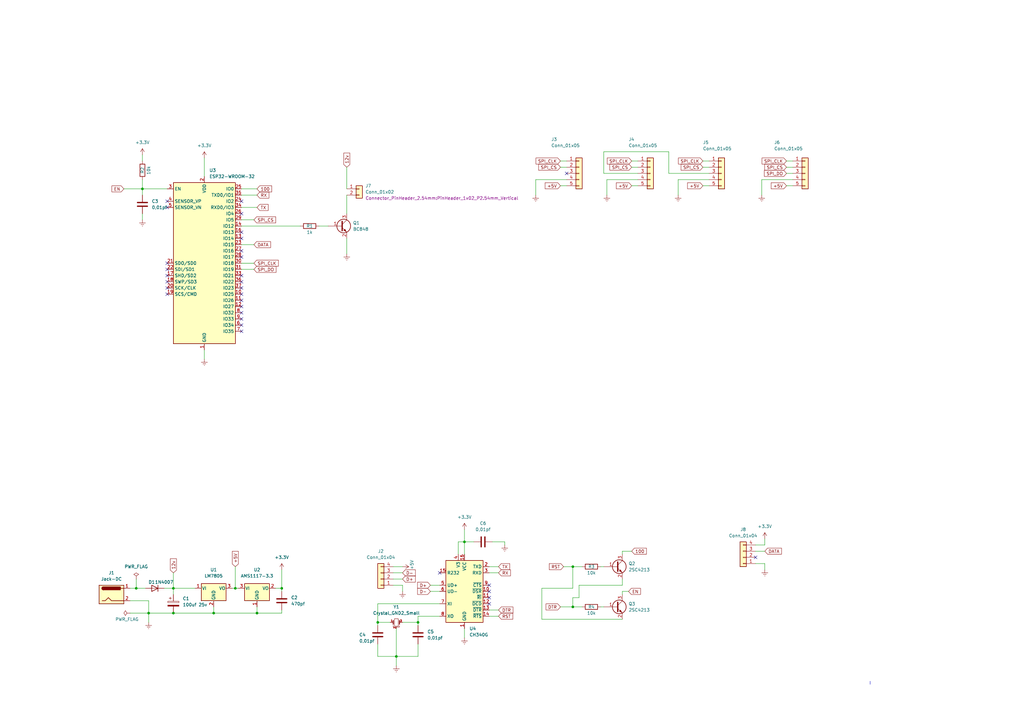
<source format=kicad_sch>
(kicad_sch (version 20211123) (generator eeschema)
  (paper "A3")
  (title_block (title "Display_LED") (date "2022-08-20") (rev "0.1") (company "Mixtronica"))
  (lib_symbols
    (symbol "Connector:Jack-DC" (pin_names (offset 1.016))
      (property "Reference" "J1" (at 0 8.89 0))
      (property "Value" "Jack-DC" (at 0 6.35 0))
      (symbol "Jack-DC_0_1"
        (rectangle (start -5.08 3.81) (end 5.08 -3.81) (stroke (width 0.254)) (fill (type background)))
        (arc (start -3.302 3.175) (mid -3.937 2.54) (end -3.302 1.905) (stroke (width 0.254)))
        (arc (start -3.302 3.175) (mid -3.937 2.54) (end -3.302 1.905) (stroke (width 0.254)) (fill (type outline)))
        (polyline (pts (xy 5.08 2.54) (xy 3.81 2.54)) (stroke (width 0.254)))
        (polyline (pts (xy -3.81 -2.54) (xy -2.54 -2.54) (xy -1.27 -1.27) (xy 0 -2.54) (xy 2.54 -2.54) (xy 5.08 -2.54)) (stroke (width 0.254)))
        (rectangle (start 3.683 3.175) (end -3.302 1.905) (stroke (width 0.254)) (fill (type outline)))
      )
      (symbol "Jack-DC_1_1"
        (pin passive line (at 7.62 2.54 180) (length 2.54) (name "~") (number "1"))
        (pin passive line (at 7.62 -2.54 180) (length 2.54) (name "~") (number "2"))
      )
    )
    (symbol "Connector_Generic:Conn_01x02" (pin_names (offset 1.016) hide)
      (property "Reference" "J" (at 0 2.54 0))
      (property "Value" "Conn_01x02" (at 0 -5.08 0))
      (symbol "Conn_01x02_1_1"
        (rectangle (start -1.27 -2.413) (end 0 -2.667) (stroke (width 0.1524)))
        (rectangle (start -1.27 0.127) (end 0 -0.127) (stroke (width 0.1524)))
        (rectangle (start -1.27 1.27) (end 1.27 -3.81) (stroke (width 0.254)) (fill (type background)))
        (pin passive line (at -5.08 0 0) (length 3.81) (name "Pin_1") (number "1"))
        (pin passive line (at -5.08 -2.54 0) (length 3.81) (name "Pin_2") (number "2"))
      )
    )
    (symbol "Connector_Generic:Conn_01x04" (pin_names (offset 1.016) hide)
      (property "Reference" "J" (at 0 5.08 0))
      (property "Value" "Conn_01x04" (at 0 -7.62 0))
      (symbol "Conn_01x04_1_1"
        (rectangle (start -1.27 -4.953) (end 0 -5.207) (stroke (width 0.1524)))
        (rectangle (start -1.27 -2.413) (end 0 -2.667) (stroke (width 0.1524)))
        (rectangle (start -1.27 0.127) (end 0 -0.127) (stroke (width 0.1524)))
        (rectangle (start -1.27 2.667) (end 0 2.413) (stroke (width 0.1524)))
        (rectangle (start -1.27 3.81) (end 1.27 -6.35) (stroke (width 0.254)) (fill (type background)))
        (pin passive line (at -5.08 2.54 0) (length 3.81) (name "Pin_1") (number "1"))
        (pin passive line (at -5.08 0 0) (length 3.81) (name "Pin_2") (number "2"))
        (pin passive line (at -5.08 -2.54 0) (length 3.81) (name "Pin_3") (number "3"))
        (pin passive line (at -5.08 -5.08 0) (length 3.81) (name "Pin_4") (number "4"))
      )
    )
    (symbol "Connector_Generic:Conn_01x05" (pin_names (offset 1.016) hide)
      (property "Reference" "J" (at 0 7.62 0))
      (property "Value" "Conn_01x05" (at 0 -7.62 0))
      (symbol "Conn_01x05_1_1"
        (rectangle (start -1.27 -4.953) (end 0 -5.207) (stroke (width 0.1524)))
        (rectangle (start -1.27 -2.413) (end 0 -2.667) (stroke (width 0.1524)))
        (rectangle (start -1.27 0.127) (end 0 -0.127) (stroke (width 0.1524)))
        (rectangle (start -1.27 2.667) (end 0 2.413) (stroke (width 0.1524)))
        (rectangle (start -1.27 5.207) (end 0 4.953) (stroke (width 0.1524)))
        (rectangle (start -1.27 6.35) (end 1.27 -6.35) (stroke (width 0.254)) (fill (type background)))
        (pin passive line (at -5.08 5.08 0) (length 3.81) (name "Pin_1") (number "1"))
        (pin passive line (at -5.08 2.54 0) (length 3.81) (name "Pin_2") (number "2"))
        (pin passive line (at -5.08 0 0) (length 3.81) (name "Pin_3") (number "3"))
        (pin passive line (at -5.08 -2.54 0) (length 3.81) (name "Pin_4") (number "4"))
        (pin passive line (at -5.08 -5.08 0) (length 3.81) (name "Pin_5") (number "5"))
      )
    )
    (symbol "Device:C" (pin_numbers hide) (pin_names (offset 0.254))
      (property "Reference" "C" (at 0.635 2.54 0))
      (property "Value" "C" (at 0.635 -2.54 0))
      (symbol "C_0_1"
        (polyline (pts (xy -2.032 -0.762) (xy 2.032 -0.762)) (stroke (width 0.508)))
        (polyline (pts (xy -2.032 0.762) (xy 2.032 0.762)) (stroke (width 0.508)))
      )
      (symbol "C_1_1"
        (pin passive line (at 0 3.81 270) (length 2.794) (name "~") (number "1"))
        (pin passive line (at 0 -3.81 90) (length 2.794) (name "~") (number "2"))
      )
    )
    (symbol "Device:C_Polarized" (pin_numbers hide) (pin_names (offset 0.254))
      (property "Reference" "C" (at 0.635 2.54 0))
      (property "Value" "C_Polarized" (at 0.635 -2.54 0))
      (symbol "C_Polarized_0_1"
        (rectangle (start -2.286 0.508) (end 2.286 1.016))
        (polyline (pts (xy -1.778 2.286) (xy -0.762 2.286)))
        (polyline (pts (xy -1.27 2.794) (xy -1.27 1.778)))
        (rectangle (start 2.286 -0.508) (end -2.286 -1.016) (fill (type outline)))
      )
      (symbol "C_Polarized_1_1"
        (pin passive line (at 0 3.81 270) (length 2.794) (name "~") (number "1"))
        (pin passive line (at 0 -3.81 90) (length 2.794) (name "~") (number "2"))
      )
    )
    (symbol "Device:Crystal_GND2_Small" (pin_names (offset 1.016) hide)
      (property "Reference" "Y" (at 0 5.08 0))
      (property "Value" "Crystal_GND2_Small" (at 0 3.175 0))
      (symbol "Crystal_GND2_Small_0_1"
        (rectangle (start -0.762 -1.524) (end 0.762 1.524))
        (polyline (pts (xy -1.27 -0.762) (xy -1.27 0.762)) (stroke (width 0.381)))
        (polyline (pts (xy 1.27 -0.762) (xy 1.27 0.762)) (stroke (width 0.381)))
        (polyline (pts (xy -1.27 -1.27) (xy -1.27 -1.905) (xy 1.27 -1.905) (xy 1.27 -1.27)))
      )
      (symbol "Crystal_GND2_Small_1_1"
        (pin passive line (at -2.54 0 0) (length 1.27) (name "1") (number "1"))
        (pin passive line (at 0 -2.54 90) (length 0.635) (name "2") (number "2"))
        (pin passive line (at 2.54 0 180) (length 1.27) (name "3") (number "3"))
      )
    )
    (symbol "Device:R" (pin_numbers hide) (pin_names (offset 0))
      (property "Reference" "R" (at 2.032 0 90))
      (property "Value" "R" (at 0 0 90))
      (symbol "R_0_1"
        (rectangle (start -1.016 -2.54) (end 1.016 2.54) (stroke (width 0.254)))
      )
      (symbol "R_1_1"
        (pin passive line (at 0 3.81 270) (length 1.27) (name "~") (number "1"))
        (pin passive line (at 0 -3.81 90) (length 1.27) (name "~") (number "2"))
      )
    )
    (symbol "Diode:1N4007" (pin_numbers hide) (pin_names (offset 1.016) hide)
      (property "Reference" "D" (at 0 2.54 0))
      (property "Value" "1N4007" (at 0 -2.54 0))
      (symbol "1N4007_0_1"
        (polyline (pts (xy -1.27 1.27) (xy -1.27 -1.27)) (stroke (width 0.254)))
        (polyline (pts (xy 1.27 0) (xy -1.27 0)))
        (polyline (pts (xy 1.27 1.27) (xy 1.27 -1.27) (xy -1.27 0) (xy 1.27 1.27)) (stroke (width 0.254)))
      )
      (symbol "1N4007_1_1"
        (pin passive line (at -3.81 0 0) (length 2.54) (name "K") (number "1"))
        (pin passive line (at 3.81 0 180) (length 2.54) (name "A") (number "2"))
      )
    )
    (symbol "Interface_USB:CH340G"
      (property "Reference" "U" (at -5.08 13.97 0))
      (property "Value" "CH340G" (at 1.27 13.97 0))
      (symbol "CH340G_0_1"
        (rectangle (start -7.62 12.7) (end 7.62 -12.7) (stroke (width 0.254)) (fill (type background)))
      )
      (symbol "CH340G_1_1"
        (pin power_in line (at 0 -15.24 90) (length 2.54) (name "GND") (number "1"))
        (pin input line (at 10.16 0 180) (length 2.54) (name "~{DSR}") (number "10"))
        (pin input line (at 10.16 -2.54 180) (length 2.54) (name "~{RI}") (number "11"))
        (pin input line (at 10.16 -5.08 180) (length 2.54) (name "~{DCD}") (number "12"))
        (pin output line (at 10.16 -7.62 180) (length 2.54) (name "~{DTR}") (number "13"))
        (pin output line (at 10.16 -10.16 180) (length 2.54) (name "~{RTS}") (number "14"))
        (pin input line (at -10.16 7.62 0) (length 2.54) (name "R232") (number "15"))
        (pin power_in line (at 0 15.24 270) (length 2.54) (name "VCC") (number "16"))
        (pin output line (at 10.16 10.16 180) (length 2.54) (name "TXD") (number "2"))
        (pin input line (at 10.16 7.62 180) (length 2.54) (name "RXD") (number "3"))
        (pin passive line (at -2.54 15.24 270) (length 2.54) (name "V3") (number "4"))
        (pin bidirectional line (at -10.16 2.54 0) (length 2.54) (name "UD+") (number "5"))
        (pin bidirectional line (at -10.16 0 0) (length 2.54) (name "UD-") (number "6"))
        (pin input line (at -10.16 -5.08 0) (length 2.54) (name "XI") (number "7"))
        (pin output line (at -10.16 -10.16 0) (length 2.54) (name "XO") (number "8"))
        (pin input line (at 10.16 2.54 180) (length 2.54) (name "~{CTS}") (number "9"))
      )
    )
    (symbol "RF_Module:ESP32-WROOM-32"
      (property "Reference" "U" (at -12.7 34.29 0))
      (property "Value" "ESP32-WROOM-32" (at 1.27 34.29 0))
      (symbol "ESP32-WROOM-32_0_1"
        (rectangle (start -12.7 33.02) (end 12.7 -33.02) (stroke (width 0.254)) (fill (type background)))
      )
      (symbol "ESP32-WROOM-32_1_1"
        (pin power_in line (at 0 -35.56 90) (length 2.54) (name "GND") (number "1"))
        (pin bidirectional line (at 15.24 -12.7 180) (length 2.54) (name "IO25") (number "10"))
        (pin bidirectional line (at 15.24 -15.24 180) (length 2.54) (name "IO26") (number "11"))
        (pin bidirectional line (at 15.24 -17.78 180) (length 2.54) (name "IO27") (number "12"))
        (pin bidirectional line (at 15.24 10.16 180) (length 2.54) (name "IO14") (number "13"))
        (pin bidirectional line (at 15.24 15.24 180) (length 2.54) (name "IO12") (number "14"))
        (pin passive line (at 0 -35.56 90) (length 2.54) hide (name "GND") (number "15"))
        (pin bidirectional line (at 15.24 12.7 180) (length 2.54) (name "IO13") (number "16"))
        (pin bidirectional line (at -15.24 -5.08 0) (length 2.54) (name "SHD/SD2") (number "17"))
        (pin bidirectional line (at -15.24 -7.62 0) (length 2.54) (name "SWP/SD3") (number "18"))
        (pin bidirectional line (at -15.24 -12.7 0) (length 2.54) (name "SCS/CMD") (number "19"))
        (pin power_in line (at 0 35.56 270) (length 2.54) (name "VDD") (number "2"))
        (pin bidirectional line (at -15.24 -10.16 0) (length 2.54) (name "SCK/CLK") (number "20"))
        (pin bidirectional line (at -15.24 0 0) (length 2.54) (name "SDO/SD0") (number "21"))
        (pin bidirectional line (at -15.24 -2.54 0) (length 2.54) (name "SDI/SD1") (number "22"))
        (pin bidirectional line (at 15.24 7.62 180) (length 2.54) (name "IO15") (number "23"))
        (pin bidirectional line (at 15.24 25.4 180) (length 2.54) (name "IO2") (number "24"))
        (pin bidirectional line (at 15.24 30.48 180) (length 2.54) (name "IO0") (number "25"))
        (pin bidirectional line (at 15.24 20.32 180) (length 2.54) (name "IO4") (number "26"))
        (pin bidirectional line (at 15.24 5.08 180) (length 2.54) (name "IO16") (number "27"))
        (pin bidirectional line (at 15.24 2.54 180) (length 2.54) (name "IO17") (number "28"))
        (pin bidirectional line (at 15.24 17.78 180) (length 2.54) (name "IO5") (number "29"))
        (pin input line (at -15.24 30.48 0) (length 2.54) (name "EN") (number "3"))
        (pin bidirectional line (at 15.24 0 180) (length 2.54) (name "IO18") (number "30"))
        (pin bidirectional line (at 15.24 -2.54 180) (length 2.54) (name "IO19") (number "31"))
        (pin no_connect line (at -12.7 -27.94 0) (length 2.54) hide (name "NC") (number "32"))
        (pin bidirectional line (at 15.24 -5.08 180) (length 2.54) (name "IO21") (number "33"))
        (pin bidirectional line (at 15.24 22.86 180) (length 2.54) (name "RXD0/IO3") (number "34"))
        (pin bidirectional line (at 15.24 27.94 180) (length 2.54) (name "TXD0/IO1") (number "35"))
        (pin bidirectional line (at 15.24 -7.62 180) (length 2.54) (name "IO22") (number "36"))
        (pin bidirectional line (at 15.24 -10.16 180) (length 2.54) (name "IO23") (number "37"))
        (pin passive line (at 0 -35.56 90) (length 2.54) hide (name "GND") (number "38"))
        (pin passive line (at 0 -35.56 90) (length 2.54) hide (name "GND") (number "39"))
        (pin input line (at -15.24 25.4 0) (length 2.54) (name "SENSOR_VP") (number "4"))
        (pin input line (at -15.24 22.86 0) (length 2.54) (name "SENSOR_VN") (number "5"))
        (pin input line (at 15.24 -25.4 180) (length 2.54) (name "IO34") (number "6"))
        (pin input line (at 15.24 -27.94 180) (length 2.54) (name "IO35") (number "7"))
        (pin bidirectional line (at 15.24 -20.32 180) (length 2.54) (name "IO32") (number "8"))
        (pin bidirectional line (at 15.24 -22.86 180) (length 2.54) (name "IO33") (number "9"))
      )
    )
    (symbol "Regulator_Linear:AMS1117-3.3" (pin_names (offset 0.254))
      (property "Reference" "U2" (at 0 7.62 0))
      (property "Value" "AMS1117-3.3" (at 0 5.08 0))
      (symbol "AMS1117-3.3_0_1"
        (rectangle (start -5.08 -5.08) (end 5.08 1.905) (stroke (width 0.254)) (fill (type background)))
      )
      (symbol "AMS1117-3.3_1_1"
        (pin power_in line (at 0 -7.62 90) (length 2.54) (name "GND") (number "1"))
        (pin power_out line (at 7.62 0 180) (length 2.54) (name "VO") (number "2"))
        (pin input line (at -7.62 0 0) (length 2.54) (name "VI") (number "3"))
      )
    )
    (symbol "Regulator_Linear:LM7805_TO220" (pin_names (offset 0.254))
      (property "Reference" "U1" (at 0 7.62 0))
      (property "Value" "LM7805" (at 0 5.08 0))
      (symbol "LM7805_TO220_0_1"
        (rectangle (start -5.08 1.905) (end 5.08 -5.08) (stroke (width 0.254)) (fill (type background)))
      )
      (symbol "LM7805_TO220_1_1"
        (pin input line (at -7.62 0 0) (length 2.54) (name "VI") (number "1"))
        (pin power_in line (at 0 -7.62 90) (length 2.54) (name "GND") (number "2"))
        (pin power_out line (at 7.62 0 180) (length 2.54) (name "VO") (number "3"))
      )
    )
    (symbol "Transistor_BJT:2SC4213" (pin_names (offset 0) hide)
      (property "Reference" "Q" (at 5.08 1.905 0))
      (property "Value" "2SC4213" (at 5.08 0 0))
      (symbol "2SC4213_0_1"
        (polyline (pts (xy 0.635 0.635) (xy 2.54 2.54)))
        (polyline (pts (xy 0.635 -0.635) (xy 2.54 -2.54) (xy 2.54 -2.54)))
        (polyline (pts (xy 0.635 1.905) (xy 0.635 -1.905) (xy 0.635 -1.905)) (stroke (width 0.508)))
        (polyline (pts (xy 1.27 -1.778) (xy 1.778 -1.27) (xy 2.286 -2.286) (xy 1.27 -1.778) (xy 1.27 -1.778)) (fill (type outline)))
        (circle (center 1.27 0) (radius 2.8194) (stroke (width 0.254)))
      )
      (symbol "2SC4213_1_1"
        (pin input line (at -5.08 0 0) (length 5.715) (name "B") (number "1"))
        (pin passive line (at 2.54 -5.08 90) (length 2.54) (name "E") (number "2"))
        (pin passive line (at 2.54 5.08 270) (length 2.54) (name "C") (number "3"))
      )
    )
    (symbol "Transistor_BJT:BC848" (pin_names (offset 0) hide)
      (property "Reference" "Q" (at 5.08 1.905 0))
      (property "Value" "BC848" (at 5.08 0 0))
      (symbol "BC848_0_1"
        (polyline (pts (xy 0.635 0.635) (xy 2.54 2.54)))
        (polyline (pts (xy 0.635 -0.635) (xy 2.54 -2.54) (xy 2.54 -2.54)))
        (polyline (pts (xy 0.635 1.905) (xy 0.635 -1.905) (xy 0.635 -1.905)) (stroke (width 0.508)))
        (polyline (pts (xy 1.27 -1.778) (xy 1.778 -1.27) (xy 2.286 -2.286) (xy 1.27 -1.778) (xy 1.27 -1.778)) (fill (type outline)))
        (circle (center 1.27 0) (radius 2.8194) (stroke (width 0.254)))
      )
      (symbol "BC848_1_1"
        (pin input line (at -5.08 0 0) (length 5.715) (name "B") (number "1"))
        (pin passive line (at 2.54 -5.08 90) (length 2.54) (name "E") (number "2"))
        (pin passive line (at 2.54 5.08 270) (length 2.54) (name "C") (number "3"))
      )
    )
    (symbol "power:+3.3V" (power) (pin_names (offset 0))
      (property "Value" "+3.3V" (at 0 3.556 0))
      (symbol "+3.3V_0_1"
        (polyline (pts (xy -0.762 1.27) (xy 0 2.54)))
        (polyline (pts (xy 0 0) (xy 0 2.54)))
        (polyline (pts (xy 0 2.54) (xy 0.762 1.27)))
      )
      (symbol "+3.3V_1_1"
        (pin power_in line (at 0 0 90) (length 0) hide (name "+3.3V") (number "1"))
      )
    )
    (symbol "power:+5V" (power) (pin_names (offset 0))
      (property "Value" "+5V" (at 0 3.556 0))
      (symbol "+5V_0_1"
        (polyline (pts (xy -0.762 1.27) (xy 0 2.54)))
        (polyline (pts (xy 0 0) (xy 0 2.54)))
        (polyline (pts (xy 0 2.54) (xy 0.762 1.27)))
      )
      (symbol "+5V_1_1"
        (pin power_in line (at 0 0 90) (length 0) hide (name "+5V") (number "1"))
      )
    )
    (symbol "power:Earth" (power) (pin_names (offset 0))
      (symbol "Earth_0_1"
        (polyline (pts (xy -0.635 -1.905) (xy 0.635 -1.905)))
        (polyline (pts (xy -0.127 -2.54) (xy 0.127 -2.54)))
        (polyline (pts (xy 0 -1.27) (xy 0 0)))
        (polyline (pts (xy 1.27 -1.27) (xy -1.27 -1.27)))
      )
      (symbol "Earth_1_1"
        (pin power_in line (at 0 0 270) (length 0) hide (name "Earth") (number "1"))
      )
    )
    (symbol "power:PWR_FLAG" (power) (pin_numbers hide) (pin_names (offset 0) hide)
      (property "Value" "PWR_FLAG" (at 0 3.81 0))
      (symbol "PWR_FLAG_0_0"
        (pin power_out line (at 0 0 90) (length 0) (name "pwr") (number "1"))
      )
      (symbol "PWR_FLAG_0_1"
        (polyline (pts (xy 0 0) (xy 0 1.27) (xy -1.016 1.905) (xy 0 2.54) (xy 1.016 1.905) (xy 0 1.27)))
      )
    )
  )
  (junction (at 55.88 241.3))
  (junction (at 162.56 269.24))
  (junction (at 87.63 251.46))
  (junction (at 171.45 255.27))
  (junction (at 96.52 241.3))
  (junction (at 71.12 251.46))
  (junction (at 190.5 222.25))
  (junction (at 234.95 248.92))
  (junction (at 115.57 241.3))
  (junction (at 60.96 251.46))
  (junction (at 71.12 241.3))
  (junction (at 58.42 77.47))
  (junction (at 154.94 255.27))
  (junction (at 234.95 232.41))
  (junction (at 105.41 251.46))
  (no_connect (at 99.06 82.55))
  (no_connect (at 309.88 228.6))
  (no_connect (at 180.34 234.95))
  (no_connect (at 68.58 85.09))
  (no_connect (at 68.58 110.49))
  (no_connect (at 68.58 113.03))
  (no_connect (at 68.58 115.57))
  (no_connect (at 68.58 82.55))
  (no_connect (at 99.06 87.63))
  (no_connect (at 99.06 95.25))
  (no_connect (at 99.06 97.79))
  (no_connect (at 99.06 102.87))
  (no_connect (at 99.06 105.41))
  (no_connect (at 200.66 240.03))
  (no_connect (at 200.66 242.57))
  (no_connect (at 200.66 245.11))
  (no_connect (at 200.66 247.65))
  (no_connect (at 99.06 135.89))
  (no_connect (at 99.06 133.35))
  (no_connect (at 99.06 118.11))
  (no_connect (at 99.06 113.03))
  (no_connect (at 99.06 115.57))
  (no_connect (at 99.06 120.65))
  (no_connect (at 99.06 123.19))
  (no_connect (at 99.06 125.73))
  (no_connect (at 99.06 128.27))
  (no_connect (at 99.06 130.81))
  (no_connect (at 68.58 118.11))
  (no_connect (at 68.58 107.95))
  (no_connect (at 68.58 120.65))
  (no_connect (at 232.41 71.12))
  (wire (pts (xy 190.5 222.25) (xy 194.31 222.25)))
  (wire (pts (xy 99.06 77.47) (xy 105.41 77.47)))
  (wire (pts (xy 55.88 237.49) (xy 55.88 241.3)))
  (wire (pts (xy 115.57 251.46) (xy 105.41 251.46)))
  (wire (pts (xy 115.57 233.68) (xy 115.57 241.3)))
  (wire (pts (xy 96.52 241.3) (xy 97.79 241.3)))
  (wire (pts (xy 154.94 255.27) (xy 160.02 255.27)))
  (wire (pts (xy 187.96 222.25) (xy 190.5 222.25)))
  (wire (pts (xy 190.5 222.25) (xy 190.5 227.33)))
  (wire (pts (xy 53.34 251.46) (xy 60.96 251.46)))
  (wire (pts (xy 142.24 68.58) (xy 142.24 77.47)))
  (wire (pts (xy 259.08 68.58) (xy 261.62 68.58)))
  (wire (pts (xy 99.06 110.49) (xy 104.14 110.49)))
  (wire (pts (xy 154.94 247.65) (xy 154.94 255.27)))
  (wire (pts (xy 288.29 76.2) (xy 290.83 76.2)))
  (wire (pts (xy 83.82 64.77) (xy 83.82 72.39)))
  (wire (pts (xy 246.38 232.41) (xy 247.65 232.41)))
  (wire (pts (xy 322.58 66.04) (xy 325.12 66.04)))
  (wire (pts (xy 309.88 223.52) (xy 313.69 223.52)))
  (wire (pts (xy 246.38 248.92) (xy 247.65 248.92)))
  (wire (pts (xy 99.06 85.09) (xy 105.41 85.09)))
  (wire (pts (xy 255.27 240.03) (xy 237.49 240.03)))
  (wire (pts (xy 247.65 71.12) (xy 247.65 62.23)))
  (wire (pts (xy 234.95 248.92) (xy 238.76 248.92)))
  (wire (pts (xy 219.71 73.66) (xy 232.41 73.66)))
  (wire (pts (xy 322.58 76.2) (xy 325.12 76.2)))
  (wire (pts (xy 95.25 241.3) (xy 96.52 241.3)))
  (wire (pts (xy 60.96 251.46) (xy 60.96 255.27)))
  (wire (pts (xy 222.25 241.3) (xy 234.95 241.3)))
  (wire (pts (xy 234.95 241.3) (xy 234.95 232.41)))
  (wire (pts (xy 219.71 80.01) (xy 219.71 73.66)))
  (wire (pts (xy 162.56 269.24) (xy 171.45 269.24)))
  (wire (pts (xy 162.56 257.81) (xy 162.56 269.24)))
  (wire (pts (xy 105.41 248.92) (xy 105.41 251.46)))
  (wire (pts (xy 53.34 241.3) (xy 55.88 241.3)))
  (wire (pts (xy 234.95 245.11) (xy 234.95 248.92)))
  (wire (pts (xy 229.87 66.04) (xy 232.41 66.04)))
  (wire (pts (xy 58.42 77.47) (xy 68.58 77.47)))
  (wire (pts (xy 200.66 250.19) (xy 204.47 250.19)))
  (wire (pts (xy 55.88 241.3) (xy 59.69 241.3)))
  (wire (pts (xy 190.5 257.81) (xy 190.5 261.62)))
  (wire (pts (xy 229.87 76.2) (xy 232.41 76.2)))
  (wire (pts (xy 87.63 248.92) (xy 87.63 251.46)))
  (wire (pts (xy 154.94 264.16) (xy 154.94 269.24)))
  (wire (pts (xy 180.34 252.73) (xy 171.45 252.73)))
  (wire (pts (xy 234.95 232.41) (xy 238.76 232.41)))
  (wire (pts (xy 154.94 255.27) (xy 154.94 256.54)))
  (wire (pts (xy 248.92 80.01) (xy 248.92 73.66)))
  (wire (pts (xy 313.69 231.14) (xy 313.69 233.68)))
  (wire (pts (xy 322.58 68.58) (xy 325.12 68.58)))
  (wire (pts (xy 259.08 76.2) (xy 261.62 76.2)))
  (wire (pts (xy 288.29 66.04) (xy 290.83 66.04)))
  (wire (pts (xy 171.45 252.73) (xy 171.45 255.27)))
  (wire (pts (xy 180.34 247.65) (xy 154.94 247.65)))
  (wire (pts (xy 161.29 232.41) (xy 165.1 232.41)))
  (wire (pts (xy 222.25 254) (xy 222.25 241.3)))
  (wire (pts (xy 154.94 269.24) (xy 162.56 269.24)))
  (wire (pts (xy 229.87 248.92) (xy 234.95 248.92)))
  (wire (pts (xy 67.31 241.3) (xy 71.12 241.3)))
  (wire (pts (xy 201.93 222.25) (xy 207.01 222.25)))
  (wire (pts (xy 237.49 240.03) (xy 237.49 245.11)))
  (wire (pts (xy 161.29 237.49) (xy 165.1 237.49)))
  (wire (pts (xy 274.32 71.12) (xy 290.83 71.12)))
  (wire (pts (xy 312.42 73.66) (xy 325.12 73.66)))
  (wire (pts (xy 99.06 90.17) (xy 104.14 90.17)))
  (wire (pts (xy 58.42 77.47) (xy 58.42 73.66)))
  (wire (pts (xy 165.1 240.03) (xy 165.1 242.57)))
  (wire (pts (xy 313.69 220.98) (xy 313.69 223.52)))
  (wire (pts (xy 309.88 231.14) (xy 313.69 231.14)))
  (wire (pts (xy 247.65 62.23) (xy 274.32 62.23)))
  (wire (pts (xy 200.66 234.95) (xy 204.47 234.95)))
  (wire (pts (xy 312.42 80.01) (xy 312.42 73.66)))
  (wire (pts (xy 274.32 62.23) (xy 274.32 71.12)))
  (wire (pts (xy 190.5 217.17) (xy 190.5 222.25)))
  (wire (pts (xy 180.34 240.03) (xy 176.53 240.03)))
  (wire (pts (xy 255.27 242.57) (xy 257.81 242.57)))
  (wire (pts (xy 130.81 92.71) (xy 134.62 92.71)))
  (wire (pts (xy 99.06 107.95) (xy 104.14 107.95)))
  (wire (pts (xy 161.29 240.03) (xy 165.1 240.03)))
  (wire (pts (xy 50.8 77.47) (xy 58.42 77.47)))
  (wire (pts (xy 60.96 246.38) (xy 60.96 251.46)))
  (wire (pts (xy 60.96 251.46) (xy 71.12 251.46)))
  (wire (pts (xy 53.34 246.38) (xy 60.96 246.38)))
  (wire (pts (xy 58.42 77.47) (xy 58.42 80.01)))
  (wire (pts (xy 165.1 255.27) (xy 171.45 255.27)))
  (wire (pts (xy 229.87 68.58) (xy 232.41 68.58)))
  (wire (pts (xy 71.12 241.3) (xy 80.01 241.3)))
  (wire (pts (xy 255.27 243.84) (xy 255.27 242.57)))
  (wire (pts (xy 187.96 227.33) (xy 187.96 222.25)))
  (wire (pts (xy 255.27 254) (xy 222.25 254)))
  (wire (pts (xy 288.29 68.58) (xy 290.83 68.58)))
  (wire (pts (xy 87.63 251.46) (xy 105.41 251.46)))
  (wire (pts (xy 96.52 232.41) (xy 96.52 241.3)))
  (wire (pts (xy 71.12 234.95) (xy 71.12 241.3)))
  (wire (pts (xy 162.56 269.24) (xy 162.56 273.05)))
  (wire (pts (xy 99.06 92.71) (xy 123.19 92.71)))
  (wire (pts (xy 171.45 269.24) (xy 171.45 264.16)))
  (wire (pts (xy 207.01 222.25) (xy 207.01 223.52)))
  (wire (pts (xy 255.27 237.49) (xy 255.27 240.03)))
  (wire (pts (xy 115.57 250.19) (xy 115.57 251.46)))
  (wire (pts (xy 255.27 227.33) (xy 255.27 226.06)))
  (wire (pts (xy 142.24 80.01) (xy 142.24 87.63)))
  (wire (pts (xy 200.66 232.41) (xy 204.47 232.41)))
  (wire (pts (xy 71.12 241.3) (xy 71.12 243.84)))
  (wire (pts (xy 171.45 255.27) (xy 171.45 256.54)))
  (wire (pts (xy 115.57 242.57) (xy 115.57 241.3)))
  (wire (pts (xy 322.58 71.12) (xy 325.12 71.12)))
  (wire (pts (xy 161.29 234.95) (xy 165.1 234.95)))
  (wire (pts (xy 115.57 241.3) (xy 113.03 241.3)))
  (wire (pts (xy 99.06 80.01) (xy 105.41 80.01)))
  (wire (pts (xy 99.06 100.33) (xy 104.14 100.33)))
  (wire (pts (xy 309.88 226.06) (xy 313.69 226.06)))
  (polyline (pts (xy 356.87 279.4) (xy 356.87 280.67)))
  (wire (pts (xy 58.42 63.5) (xy 58.42 66.04)))
  (wire (pts (xy 278.13 73.66) (xy 290.83 73.66)))
  (wire (pts (xy 83.82 143.51) (xy 83.82 147.32)))
  (wire (pts (xy 200.66 252.73) (xy 204.47 252.73)))
  (wire (pts (xy 142.24 97.79) (xy 142.24 104.14)))
  (wire (pts (xy 259.08 66.04) (xy 261.62 66.04)))
  (wire (pts (xy 255.27 226.06) (xy 259.08 226.06)))
  (wire (pts (xy 278.13 80.01) (xy 278.13 73.66)))
  (wire (pts (xy 180.34 242.57) (xy 176.53 242.57)))
  (wire (pts (xy 247.65 71.12) (xy 261.62 71.12)))
  (wire (pts (xy 231.14 232.41) (xy 234.95 232.41)))
  (wire (pts (xy 71.12 251.46) (xy 87.63 251.46)))
  (wire (pts (xy 237.49 245.11) (xy 234.95 245.11)))
  (wire (pts (xy 58.42 87.63) (xy 58.42 90.17)))
  (wire (pts (xy 248.92 73.66) (xy 261.62 73.66)))
  (global_label "12v" (shape input) (at 71.12 234.95 90) (property "Intersheet References" "${INTERSHEET_REFS}" (effects hide)))
  (global_label "SPI_CS" (shape input) (at 259.08 68.58 180) (property "Intersheet References" "${INTERSHEET_REFS}" (effects hide)))
  (global_label "EN" (shape input) (at 50.8 77.47 180) (property "Intersheet References" "${INTERSHEET_REFS}" (effects hide)))
  (global_label "RST" (shape input) (at 204.47 252.73 0) (property "Intersheet References" "${INTERSHEET_REFS}" (effects hide)))
  (global_label "SPI_CLK" (shape input) (at 322.58 66.04 180) (property "Intersheet References" "${INTERSHEET_REFS}" (effects hide)))
  (global_label "SPI_CLK" (shape input) (at 288.29 66.04 180) (property "Intersheet References" "${INTERSHEET_REFS}" (effects hide)))
  (global_label "EN" (shape input) (at 257.81 242.57 0) (property "Intersheet References" "${INTERSHEET_REFS}" (effects hide)))
  (global_label "SPI_CS" (shape input) (at 322.58 68.58 180) (property "Intersheet References" "${INTERSHEET_REFS}" (effects hide)))
  (global_label "DATA" (shape input) (at 313.69 226.06 0) (property "Intersheet References" "${INTERSHEET_REFS}" (effects hide)))
  (global_label "+5V" (shape input) (at 96.52 232.41 90) (property "Intersheet References" "${INTERSHEET_REFS}" (effects hide)))
  (global_label "DTR" (shape input) (at 229.87 248.92 180) (property "Intersheet References" "${INTERSHEET_REFS}" (effects hide)))
  (global_label "+5V" (shape input) (at 259.08 76.2 180) (property "Intersheet References" "${INTERSHEET_REFS}" (effects hide)))
  (global_label "SPI_CS" (shape input) (at 288.29 68.58 180) (property "Intersheet References" "${INTERSHEET_REFS}" (effects hide)))
  (global_label "+5V" (shape input) (at 288.29 76.2 180) (property "Intersheet References" "${INTERSHEET_REFS}" (effects hide)))
  (global_label "D-" (shape input) (at 165.1 234.95 0) (property "Intersheet References" "${INTERSHEET_REFS}" (effects hide)))
  (global_label "SPI_DO" (shape input) (at 322.58 71.12 180) (property "Intersheet References" "${INTERSHEET_REFS}" (effects hide)))
  (global_label "SPI_CLK" (shape input) (at 259.08 66.04 180) (property "Intersheet References" "${INTERSHEET_REFS}" (effects hide)))
  (global_label "100" (shape input) (at 259.08 226.06 0) (property "Intersheet References" "${INTERSHEET_REFS}" (effects hide)))
  (global_label "SPI_CLK" (shape input) (at 104.14 107.95 0) (property "Intersheet References" "${INTERSHEET_REFS}" (effects hide)))
  (global_label "D+" (shape input) (at 165.1 237.49 0) (property "Intersheet References" "${INTERSHEET_REFS}" (effects hide)))
  (global_label "DATA" (shape input) (at 104.14 100.33 0) (property "Intersheet References" "${INTERSHEET_REFS}" (effects hide)))
  (global_label "SPI_DO" (shape input) (at 104.14 110.49 0) (property "Intersheet References" "${INTERSHEET_REFS}" (effects hide)))
  (global_label "D-" (shape input) (at 176.53 242.57 180) (property "Intersheet References" "${INTERSHEET_REFS}" (effects hide)))
  (global_label "+5V" (shape input) (at 322.58 76.2 180) (property "Intersheet References" "${INTERSHEET_REFS}" (effects hide)))
  (global_label "12v" (shape input) (at 142.24 68.58 90) (property "Intersheet References" "${INTERSHEET_REFS}" (effects hide)))
  (global_label "100" (shape input) (at 105.41 77.47 0) (property "Intersheet References" "${INTERSHEET_REFS}" (effects hide)))
  (global_label "SPI_CS" (shape input) (at 104.14 90.17 0) (property "Intersheet References" "${INTERSHEET_REFS}" (effects hide)))
  (global_label "DTR" (shape input) (at 204.47 250.19 0) (property "Intersheet References" "${INTERSHEET_REFS}" (effects hide)))
  (global_label "RX" (shape input) (at 105.41 80.01 0) (property "Intersheet References" "${INTERSHEET_REFS}" (effects hide)))
  (global_label "RST" (shape input) (at 231.14 232.41 180) (property "Intersheet References" "${INTERSHEET_REFS}" (effects hide)))
  (global_label "TX" (shape input) (at 105.41 85.09 0) (property "Intersheet References" "${INTERSHEET_REFS}" (effects hide)))
  (global_label "D+" (shape input) (at 176.53 240.03 180) (property "Intersheet References" "${INTERSHEET_REFS}" (effects hide)))
  (global_label "SPI_CLK" (shape input) (at 229.87 66.04 180) (property "Intersheet References" "${INTERSHEET_REFS}" (effects hide)))
  (global_label "RX" (shape input) (at 204.47 234.95 0) (property "Intersheet References" "${INTERSHEET_REFS}" (effects hide)))
  (global_label "TX" (shape input) (at 204.47 232.41 0) (property "Intersheet References" "${INTERSHEET_REFS}" (effects hide)))
  (global_label "+5V" (shape input) (at 229.87 76.2 180) (property "Intersheet References" "${INTERSHEET_REFS}" (effects hide)))
  (global_label "SPI_CS" (shape input) (at 229.87 68.58 180) (property "Intersheet References" "${INTERSHEET_REFS}" (effects hide)))
  (symbol (lib_id "Device:C") (at 115.57 246.38 0) (unit 1)
    (property "Reference" "C2" (at 119.38 245.1099 0) (effects (justify left)))
    (property "Value" "470pf" (at 119.38 247.6499 0) (effects (justify left)))
    (property "Footprint" "Capacitor_SMD:C_0805_2012Metric" (effects hide))
  )
  (symbol (lib_id "power:PWR_FLAG") (at 53.34 251.46 90) (unit 1)
    (property "Reference" "#GND0101" (effects hide))
    (property "Value" "PWR_FLAG" (at 52.07 254 90))
  )
  (symbol (lib_id "Connector_Generic:Conn_01x05") (at 330.2 71.12 0) (unit 1)
    (property "Reference" "J6" (at 317.5 58.42 0) (effects (justify left)))
    (property "Value" "Conn_01x05" (at 317.5 60.96 0) (effects (justify left)))
    (property "Footprint" "Connector_PinHeader_2.54mm:PinHeader_1x05_P2.54mm_Vertical" (effects hide))
  )
  (symbol (lib_id "RF_Module:ESP32-WROOM-32") (at 83.82 107.95 0) (unit 1)
    (property "Reference" "U3" (at 85.8394 69.85 0) (effects (justify left)))
    (property "Value" "ESP32-WROOM-32" (at 85.8394 72.39 0) (effects (justify left)))
    (property "Footprint" "RF_Module:ESP32-WROOM-32" (effects hide))
    (property "Datasheet" "https://www.espressif.com/sites/default/files/documentation/esp32-wroom-32_datasheet_en.pdf" (effects hide))
  )
  (symbol (lib_id "power:Earth") (at 207.01 223.52 0) (unit 1)
    (property "Reference" "#PWR0117" (effects hide))
    (property "Value" "Earth" (effects hide))
  )
  (symbol (lib_id "power:+3.3V") (at 313.69 220.98 0) (unit 1)
    (property "Reference" "#PWR0119" (effects hide))
    (property "Value" "+3.3V" (at 313.69 215.9 0))
  )
  (symbol (lib_id "power:+3.3V") (at 83.82 64.77 0) (unit 1)
    (property "Reference" "#PWR0114" (effects hide))
    (property "Value" "+3.3V" (at 83.82 59.69 0))
  )
  (symbol (lib_id "Device:Crystal_GND2_Small") (at 162.56 255.27 0) (unit 1)
    (property "Reference" "Y1" (at 162.56 248.92 0))
    (property "Value" "Crystal_GND2_Small" (at 162.56 251.46 0))
    (property "Footprint" "Crystal:Crystal_HC49-U-3Pin_Vertical" (effects hide))
  )
  (symbol (lib_id "Device:C_Polarized") (at 71.12 247.65 0) (unit 1)
    (property "Reference" "C1" (at 74.93 245.4909 0) (effects (justify left)))
    (property "Value" "100uf 25v" (at 74.93 248.0309 0) (effects (justify left)))
    (property "Footprint" "Capacitor_SMD:CP_Elec_6.3x5.4" (effects hide))
  )
  (symbol (lib_id "Connector_Generic:Conn_01x05") (at 266.7 71.12 0) (unit 1)
    (property "Reference" "J4" (at 257.81 57.15 0) (effects (justify left)))
    (property "Value" "Conn_01x05" (at 257.81 59.69 0) (effects (justify left)))
    (property "Footprint" "Connector_PinHeader_2.54mm:PinHeader_1x05_P2.54mm_Vertical" (effects hide))
  )
  (symbol (lib_id "Device:C") (at 171.45 260.35 0) (unit 1)
    (property "Reference" "C5" (at 175.26 259.0799 0) (effects (justify left)))
    (property "Value" "0,01pf" (at 175.26 261.6199 0) (effects (justify left)))
    (property "Footprint" "Capacitor_SMD:C_0805_2012Metric" (effects hide))
  )
  (symbol (lib_id "power:Earth") (at 278.13 80.01 0) (unit 1)
    (property "Reference" "#PWR0111" (effects hide))
    (property "Value" "Earth" (effects hide))
  )
  (symbol (lib_id "power:Earth") (at 312.42 80.01 0) (unit 1)
    (property "Reference" "#PWR0107" (effects hide))
    (property "Value" "Earth" (effects hide))
  )
  (symbol (lib_id "Connector_Generic:Conn_01x05") (at 295.91 71.12 0) (unit 1)
    (property "Reference" "J5" (at 288.29 58.42 0) (effects (justify left)))
    (property "Value" "Conn_01x05" (at 288.29 60.96 0) (effects (justify left)))
    (property "Footprint" "Connector_PinHeader_2.54mm:PinHeader_1x05_P2.54mm_Vertical" (effects hide))
  )
  (symbol (lib_id "Regulator_Linear:AMS1117-3.3") (at 105.41 241.3 0) (unit 1)
    (property "Reference" "U2" (at 105.41 233.68 0))
    (property "Value" "AMS1117-3.3" (at 105.41 236.22 0))
    (property "Footprint" "Package_TO_SOT_SMD:SOT-223-3_TabPin2" (effects hide))
    (property "Datasheet" "http://www.advanced-monolithic.com/pdf/ds1117.pdf" (effects hide))
  )
  (symbol (lib_id "Device:R") (at 242.57 248.92 90) (unit 1)
    (property "Reference" "R4" (at 242.57 248.92 90))
    (property "Value" "10k" (at 242.57 251.46 90))
    (property "Footprint" "Resistor_SMD:R_0805_2012Metric" (effects hide))
  )
  (symbol (lib_id "power:Earth") (at 83.82 147.32 0) (unit 1)
    (property "Reference" "#PWR0112" (effects hide))
    (property "Value" "Earth" (effects hide))
  )
  (symbol (lib_id "Device:R") (at 242.57 232.41 90) (unit 1)
    (property "Reference" "R3" (at 242.57 232.41 90))
    (property "Value" "10k" (at 242.57 234.95 90))
    (property "Footprint" "Resistor_SMD:R_0805_2012Metric" (effects hide))
  )
  (symbol (lib_id "power:Earth") (at 162.56 273.05 0) (unit 1)
    (property "Reference" "#PWR0103" (effects hide))
    (property "Value" "Earth" (effects hide))
  )
  (symbol (lib_id "power:Earth") (at 142.24 104.14 0) (unit 1)
    (property "Reference" "#PWR0110" (effects hide))
    (property "Value" "Earth" (effects hide))
  )
  (symbol (lib_id "Transistor_BJT:2SC4213") (at 252.73 232.41 0) (unit 1)
    (property "Reference" "Q2" (at 257.81 231.1399 0) (effects (justify left)))
    (property "Value" "2SC4213" (at 257.81 233.6799 0) (effects (justify left)))
    (property "Footprint" "Package_TO_SOT_SMD:SOT-323_SC-70" (effects hide))
    (property "Datasheet" "https://toshiba.semicon-storage.com/info/docget.jsp?did=19305&prodName=2SC4213" (effects hide))
  )
  (symbol (lib_id "Connector_Generic:Conn_01x02") (at 147.32 77.47 0) (unit 1)
    (property "Reference" "J7" (at 149.86 76.1999 0) (effects (justify left)))
    (property "Value" "Conn_01x02" (at 149.86 78.7399 0) (effects (justify left)))
    (property "Footprint" "Connector_PinHeader_2.54mm:PinHeader_1x02_P2.54mm_Vertical" (at 149.86 81.2799 0) (effects (justify left)))
  )
  (symbol (lib_id "power:+3.3V") (at 190.5 217.17 0) (unit 1)
    (property "Reference" "#PWR0116" (effects hide))
    (property "Value" "+3.3V" (at 190.5 212.09 0))
  )
  (symbol (lib_id "Device:C") (at 58.42 83.82 0) (unit 1)
    (property "Reference" "C3" (at 62.23 82.5499 0) (effects (justify left)))
    (property "Value" "0,01pf" (at 62.23 85.0899 0) (effects (justify left)))
    (property "Footprint" "Capacitor_SMD:C_0805_2012Metric" (effects hide))
  )
  (symbol (lib_id "Diode:1N4007") (at 63.5 241.3 180) (unit 1)
    (property "Reference" "D1" (at 62.23 238.76 0))
    (property "Value" "1N4007" (at 67.31 238.76 0))
    (property "Footprint" "Diode_SMD:D_MicroMELF" (effects hide))
    (property "Datasheet" "http://www.vishay.com/docs/88503/1n4001.pdf" (effects hide))
  )
  (symbol (lib_id "power:Earth") (at 165.1 242.57 0) (unit 1)
    (property "Reference" "#PWR0109" (effects hide))
    (property "Value" "Earth" (effects hide))
  )
  (symbol (lib_id "Connector:Jack-DC") (at 45.72 243.84 0) (unit 1)
    (property "Reference" "J1" (at 45.72 234.95 0))
    (property "Value" "Jack-DC" (at 45.72 237.49 0))
    (property "Footprint" "Connector_BarrelJack:BarrelJack_Horizontal" (effects hide))
  )
  (symbol (lib_id "power:+3.3V") (at 58.42 63.5 0) (unit 1)
    (property "Reference" "#PWR0113" (effects hide))
    (property "Value" "+3.3V" (at 58.42 58.42 0))
  )
  (symbol (lib_id "power:Earth") (at 58.42 90.17 0) (unit 1)
    (property "Reference" "#PWR0115" (effects hide))
    (property "Value" "Earth" (effects hide))
  )
  (symbol (lib_id "power:Earth") (at 219.71 80.01 0) (unit 1)
    (property "Reference" "#PWR0106" (effects hide))
    (property "Value" "Earth" (effects hide))
  )
  (symbol (lib_id "power:Earth") (at 248.92 80.01 0) (unit 1)
    (property "Reference" "#PWR0108" (effects hide))
    (property "Value" "Earth" (effects hide))
  )
  (symbol (lib_id "Transistor_BJT:BC848") (at 139.7 92.71 0) (unit 1)
    (property "Reference" "Q1" (at 144.78 91.4399 0) (effects (justify left)))
    (property "Value" "BC848" (at 144.78 93.9799 0) (effects (justify left)))
    (property "Footprint" "Package_TO_SOT_SMD:SOT-23" (effects hide))
    (property "Datasheet" "http://www.infineon.com/dgdl/Infineon-BC847SERIES_BC848SERIES_BC849SERIES_BC850SERIES-DS-v01_01-en.pdf?fileId=db3a304314dca389011541d4630a1657" (effects hide))
  )
  (symbol (lib_id "Connector_Generic:Conn_01x04") (at 156.21 237.49 180) (unit 1)
    (property "Reference" "J2" (at 156.21 226.06 0))
    (property "Value" "Conn_01x04" (at 156.21 228.6 0))
    (property "Footprint" "Connector_PinHeader_2.54mm:PinHeader_1x04_P2.54mm_Vertical" (effects hide))
  )
  (symbol (lib_id "Connector_Generic:Conn_01x04") (at 304.8 228.6 180) (unit 1)
    (property "Reference" "J8" (at 304.8 217.17 0))
    (property "Value" "Conn_01x04" (at 304.8 219.71 0))
    (property "Footprint" "Connector_PinHeader_2.54mm:PinHeader_1x04_P2.54mm_Vertical" (effects hide))
  )
  (symbol (lib_id "Device:R") (at 127 92.71 90) (unit 1)
    (property "Reference" "R1" (at 127 92.71 90))
    (property "Value" "1k" (at 127 95.25 90))
    (property "Footprint" "Resistor_SMD:R_0805_2012Metric" (effects hide))
  )
  (symbol (lib_id "Device:C") (at 198.12 222.25 90) (unit 1)
    (property "Reference" "C6" (at 198.12 214.63 90))
    (property "Value" "0,01pf" (at 198.12 217.17 90))
    (property "Footprint" "Capacitor_SMD:C_0805_2012Metric" (effects hide))
  )
  (symbol (lib_id "Transistor_BJT:2SC4213") (at 252.73 248.92 0) (unit 1)
    (property "Reference" "Q3" (at 257.81 247.6499 0) (effects (justify left)))
    (property "Value" "2SC4213" (at 257.81 250.1899 0) (effects (justify left)))
    (property "Footprint" "Package_TO_SOT_SMD:SOT-323_SC-70" (effects hide))
    (property "Datasheet" "https://toshiba.semicon-storage.com/info/docget.jsp?did=19305&prodName=2SC4213" (effects hide))
  )
  (symbol (lib_id "Regulator_Linear:LM7805_TO220") (at 87.63 241.3 0) (unit 1)
    (property "Reference" "U1" (at 87.63 233.68 0))
    (property "Value" "LM7805" (at 87.63 236.22 0))
    (property "Footprint" "Package_TO_SOT_SMD:SOT-223" (effects hide))
    (property "Datasheet" "https://www.onsemi.cn/PowerSolutions/document/MC7800-D.PDF" (effects hide))
  )
  (symbol (lib_id "Device:R") (at 58.42 69.85 180) (unit 1)
    (property "Reference" "R2" (at 58.42 69.85 90))
    (property "Value" "10k" (at 60.96 69.85 90))
    (property "Footprint" "Resistor_SMD:R_0805_2012Metric" (effects hide))
  )
  (symbol (lib_id "power:Earth") (at 190.5 261.62 0) (unit 1)
    (property "Reference" "#PWR0102" (effects hide))
    (property "Value" "Earth" (effects hide))
  )
  (symbol (lib_id "power:+5V") (at 165.1 232.41 270) (unit 1)
    (property "Reference" "#PWR0105" (effects hide))
    (property "Value" "+5V" (at 168.91 233.68 0) (effects (justify right)))
  )
  (symbol (lib_id "power:Earth") (at 60.96 255.27 0) (unit 1)
    (property "Reference" "#PWR0101" (effects hide))
    (property "Value" "Earth" (effects hide))
  )
  (symbol (lib_id "Interface_USB:CH340G") (at 190.5 242.57 0) (unit 1)
    (property "Reference" "U4" (at 192.5194 257.81 0) (effects (justify left)))
    (property "Value" "CH340G" (at 192.5194 260.35 0) (effects (justify left)))
    (property "Footprint" "Package_SO:SOIC-16_3.9x9.9mm_P1.27mm" (effects hide))
    (property "Datasheet" "http://www.datasheet5.com/pdf-local-2195953" (effects hide))
  )
  (symbol (lib_id "Device:C") (at 154.94 260.35 0) (unit 1)
    (property "Reference" "C4" (at 147.32 260.35 0) (effects (justify left)))
    (property "Value" "0,01pf" (at 147.32 262.89 0) (effects (justify left)))
    (property "Footprint" "Capacitor_SMD:C_0805_2012Metric" (effects hide))
  )
  (symbol (lib_id "Connector_Generic:Conn_01x05") (at 237.49 71.12 0) (unit 1)
    (property "Reference" "J3" (at 226.06 57.15 0) (effects (justify left)))
    (property "Value" "Conn_01x05" (at 226.06 59.69 0) (effects (justify left)))
    (property "Footprint" "Connector_PinHeader_2.54mm:PinHeader_1x05_P2.54mm_Vertical" (effects hide))
  )
  (symbol (lib_id "power:Earth") (at 313.69 233.68 0) (unit 1)
    (property "Reference" "#PWR0118" (effects hide))
    (property "Value" "Earth" (effects hide))
  )
  (symbol (lib_id "power:+3.3V") (at 115.57 233.68 0) (unit 1)
    (property "Reference" "#PWR0104" (effects hide))
    (property "Value" "+3.3V" (at 115.57 228.6 0))
  )
  (symbol (lib_id "power:PWR_FLAG") (at 55.88 237.49 0) (unit 1)
    (property "Reference" "#+12v0101" (effects hide))
    (property "Value" "PWR_FLAG" (at 55.88 232.41 0))
  )
)
</source>
